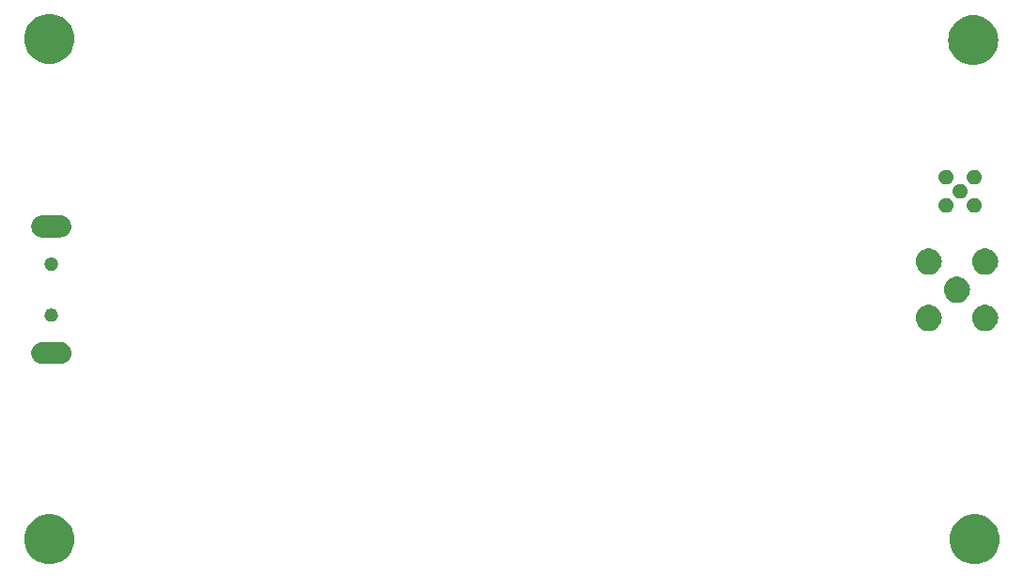
<source format=gbr>
G04 #@! TF.GenerationSoftware,KiCad,Pcbnew,7.0.6*
G04 #@! TF.CreationDate,2023-07-20T11:09:59-06:00*
G04 #@! TF.ProjectId,L1IFStream,4c314946-5374-4726-9561-6d2e6b696361,A*
G04 #@! TF.SameCoordinates,Original*
G04 #@! TF.FileFunction,Soldermask,Bot*
G04 #@! TF.FilePolarity,Negative*
%FSLAX46Y46*%
G04 Gerber Fmt 4.6, Leading zero omitted, Abs format (unit mm)*
G04 Created by KiCad (PCBNEW 7.0.6) date 2023-07-20 11:09:59*
%MOMM*%
%LPD*%
G01*
G04 APERTURE LIST*
G04 APERTURE END LIST*
G36*
X93003788Y-118418456D02*
G01*
X93292550Y-118475894D01*
X93571344Y-118570532D01*
X93835400Y-118700750D01*
X94080200Y-118864320D01*
X94301556Y-119058444D01*
X94495680Y-119279800D01*
X94659250Y-119524600D01*
X94789468Y-119788656D01*
X94884106Y-120067450D01*
X94941544Y-120356212D01*
X94960800Y-120650000D01*
X94941544Y-120943788D01*
X94884106Y-121232550D01*
X94789468Y-121511344D01*
X94659250Y-121775400D01*
X94495680Y-122020200D01*
X94301556Y-122241556D01*
X94080200Y-122435680D01*
X93835400Y-122599250D01*
X93571344Y-122729468D01*
X93292550Y-122824106D01*
X93003788Y-122881544D01*
X92710000Y-122900800D01*
X92416212Y-122881544D01*
X92127450Y-122824106D01*
X91848656Y-122729468D01*
X91584600Y-122599250D01*
X91339800Y-122435680D01*
X91118444Y-122241556D01*
X90924320Y-122020200D01*
X90760750Y-121775400D01*
X90630532Y-121511344D01*
X90535894Y-121232550D01*
X90478456Y-120943788D01*
X90459200Y-120650000D01*
X90478456Y-120356212D01*
X90535894Y-120067450D01*
X90630532Y-119788656D01*
X90760750Y-119524600D01*
X90924320Y-119279800D01*
X91118444Y-119058444D01*
X91339800Y-118864320D01*
X91584600Y-118700750D01*
X91848656Y-118570532D01*
X92127450Y-118475894D01*
X92416212Y-118418456D01*
X92710000Y-118399200D01*
X93003788Y-118418456D01*
G37*
G36*
X176315788Y-118418456D02*
G01*
X176604550Y-118475894D01*
X176883344Y-118570532D01*
X177147400Y-118700750D01*
X177392200Y-118864320D01*
X177613556Y-119058444D01*
X177807680Y-119279800D01*
X177971250Y-119524600D01*
X178101468Y-119788656D01*
X178196106Y-120067450D01*
X178253544Y-120356212D01*
X178272800Y-120650000D01*
X178253544Y-120943788D01*
X178196106Y-121232550D01*
X178101468Y-121511344D01*
X177971250Y-121775400D01*
X177807680Y-122020200D01*
X177613556Y-122241556D01*
X177392200Y-122435680D01*
X177147400Y-122599250D01*
X176883344Y-122729468D01*
X176604550Y-122824106D01*
X176315788Y-122881544D01*
X176022000Y-122900800D01*
X175728212Y-122881544D01*
X175439450Y-122824106D01*
X175160656Y-122729468D01*
X174896600Y-122599250D01*
X174651800Y-122435680D01*
X174430444Y-122241556D01*
X174236320Y-122020200D01*
X174072750Y-121775400D01*
X173942532Y-121511344D01*
X173847894Y-121232550D01*
X173790456Y-120943788D01*
X173771200Y-120650000D01*
X173790456Y-120356212D01*
X173847894Y-120067450D01*
X173942532Y-119788656D01*
X174072750Y-119524600D01*
X174236320Y-119279800D01*
X174430444Y-119058444D01*
X174651800Y-118864320D01*
X174896600Y-118700750D01*
X175160656Y-118570532D01*
X175439450Y-118475894D01*
X175728212Y-118418456D01*
X176022000Y-118399200D01*
X176315788Y-118418456D01*
G37*
G36*
X93780249Y-102866335D02*
G01*
X93826579Y-102875855D01*
X93874221Y-102880548D01*
X93926326Y-102896354D01*
X93978603Y-102907097D01*
X94019266Y-102924547D01*
X94061946Y-102937494D01*
X94112894Y-102964726D01*
X94164690Y-102986954D01*
X94198483Y-103010474D01*
X94234947Y-103029965D01*
X94282185Y-103068733D01*
X94330894Y-103102635D01*
X94357145Y-103130251D01*
X94386586Y-103154413D01*
X94427489Y-103204253D01*
X94470408Y-103249404D01*
X94488926Y-103279114D01*
X94511034Y-103306052D01*
X94543040Y-103365932D01*
X94577523Y-103421254D01*
X94588606Y-103451179D01*
X94603505Y-103479053D01*
X94624216Y-103547330D01*
X94647852Y-103611147D01*
X94652214Y-103639627D01*
X94660451Y-103666778D01*
X94667791Y-103741307D01*
X94678515Y-103811310D01*
X94677213Y-103836975D01*
X94679678Y-103861999D01*
X94671981Y-103940146D01*
X94668259Y-104013549D01*
X94662599Y-104035407D01*
X94660451Y-104057221D01*
X94636557Y-104135988D01*
X94617502Y-104209583D01*
X94608933Y-104227051D01*
X94603505Y-104244946D01*
X94562806Y-104321087D01*
X94528323Y-104391387D01*
X94518330Y-104404296D01*
X94511034Y-104417947D01*
X94453487Y-104488067D01*
X94404373Y-104551518D01*
X94394358Y-104560114D01*
X94386586Y-104569586D01*
X94312519Y-104630370D01*
X94250725Y-104683420D01*
X94241935Y-104688298D01*
X94234947Y-104694034D01*
X94144536Y-104742359D01*
X94073671Y-104781693D01*
X94067079Y-104783761D01*
X94061946Y-104786505D01*
X93953060Y-104819535D01*
X93880460Y-104842314D01*
X93876713Y-104842695D01*
X93874221Y-104843451D01*
X93716967Y-104858939D01*
X93679000Y-104862800D01*
X93677768Y-104862800D01*
X92080232Y-104862800D01*
X92079000Y-104862800D01*
X91977751Y-104857665D01*
X91931414Y-104848142D01*
X91883778Y-104843451D01*
X91831680Y-104827647D01*
X91779397Y-104816903D01*
X91738727Y-104799450D01*
X91696053Y-104786505D01*
X91645109Y-104759275D01*
X91593310Y-104737046D01*
X91559513Y-104713523D01*
X91523052Y-104694034D01*
X91475815Y-104655267D01*
X91427106Y-104621365D01*
X91400853Y-104593747D01*
X91371413Y-104569586D01*
X91330508Y-104519744D01*
X91287592Y-104474596D01*
X91269074Y-104444886D01*
X91246965Y-104417947D01*
X91214956Y-104358062D01*
X91180477Y-104302746D01*
X91169394Y-104272823D01*
X91154494Y-104244946D01*
X91133779Y-104176659D01*
X91110148Y-104112853D01*
X91105785Y-104084377D01*
X91097548Y-104057221D01*
X91090206Y-103982677D01*
X91079485Y-103912690D01*
X91080786Y-103887030D01*
X91078321Y-103861999D01*
X91086019Y-103783829D01*
X91089741Y-103710451D01*
X91095398Y-103688599D01*
X91097548Y-103666778D01*
X91121450Y-103587982D01*
X91140498Y-103514417D01*
X91149063Y-103496955D01*
X91154494Y-103479053D01*
X91195210Y-103402877D01*
X91229677Y-103332613D01*
X91239664Y-103319709D01*
X91246965Y-103306052D01*
X91304542Y-103235893D01*
X91353627Y-103172482D01*
X91363634Y-103163890D01*
X91371413Y-103154413D01*
X91445528Y-103093587D01*
X91507275Y-103040580D01*
X91516057Y-103035705D01*
X91523052Y-103029965D01*
X91613538Y-102981598D01*
X91684329Y-102942307D01*
X91690913Y-102940241D01*
X91696053Y-102937494D01*
X91805064Y-102904425D01*
X91877540Y-102881686D01*
X91881280Y-102881305D01*
X91883778Y-102880548D01*
X92041100Y-102865053D01*
X92079000Y-102861200D01*
X93679000Y-102861200D01*
X93780249Y-102866335D01*
G37*
G36*
X172203773Y-99571085D02*
G01*
X172406099Y-99649467D01*
X172590578Y-99763691D01*
X172750927Y-99909869D01*
X172881685Y-100083021D01*
X172978401Y-100277252D01*
X173037780Y-100485947D01*
X173057800Y-100702000D01*
X173037780Y-100918053D01*
X172978401Y-101126748D01*
X172881685Y-101320979D01*
X172750927Y-101494131D01*
X172590578Y-101640309D01*
X172406099Y-101754533D01*
X172203773Y-101832915D01*
X171990489Y-101872784D01*
X171773511Y-101872784D01*
X171560227Y-101832915D01*
X171357901Y-101754533D01*
X171173422Y-101640309D01*
X171013073Y-101494131D01*
X170882315Y-101320979D01*
X170785599Y-101126748D01*
X170726220Y-100918053D01*
X170706200Y-100702000D01*
X170726220Y-100485947D01*
X170785599Y-100277252D01*
X170882315Y-100083021D01*
X171013073Y-99909869D01*
X171173422Y-99763691D01*
X171357901Y-99649467D01*
X171560227Y-99571085D01*
X171773511Y-99531216D01*
X171990489Y-99531216D01*
X172203773Y-99571085D01*
G37*
G36*
X177283773Y-99571085D02*
G01*
X177486099Y-99649467D01*
X177670578Y-99763691D01*
X177830927Y-99909869D01*
X177961685Y-100083021D01*
X178058401Y-100277252D01*
X178117780Y-100485947D01*
X178137800Y-100702000D01*
X178117780Y-100918053D01*
X178058401Y-101126748D01*
X177961685Y-101320979D01*
X177830927Y-101494131D01*
X177670578Y-101640309D01*
X177486099Y-101754533D01*
X177283773Y-101832915D01*
X177070489Y-101872784D01*
X176853511Y-101872784D01*
X176640227Y-101832915D01*
X176437901Y-101754533D01*
X176253422Y-101640309D01*
X176093073Y-101494131D01*
X175962315Y-101320979D01*
X175865599Y-101126748D01*
X175806220Y-100918053D01*
X175786200Y-100702000D01*
X175806220Y-100485947D01*
X175865599Y-100277252D01*
X175962315Y-100083021D01*
X176093073Y-99909869D01*
X176253422Y-99763691D01*
X176437901Y-99649467D01*
X176640227Y-99571085D01*
X176853511Y-99531216D01*
X177070489Y-99531216D01*
X177283773Y-99571085D01*
G37*
G36*
X92913659Y-99865763D02*
G01*
X92951394Y-99865763D01*
X92994661Y-99876427D01*
X93034498Y-99881672D01*
X93061767Y-99892967D01*
X93091984Y-99900415D01*
X93137796Y-99924459D01*
X93179400Y-99941692D01*
X93198381Y-99956257D01*
X93220188Y-99967702D01*
X93264773Y-100007200D01*
X93303830Y-100037170D01*
X93314929Y-100051635D01*
X93328566Y-100063716D01*
X93367674Y-100120374D01*
X93399308Y-100161600D01*
X93404075Y-100173110D01*
X93410820Y-100182881D01*
X93440075Y-100260021D01*
X93459328Y-100306502D01*
X93460192Y-100313065D01*
X93462162Y-100318260D01*
X93477432Y-100444018D01*
X93479800Y-100462000D01*
X93477429Y-100480003D01*
X93462162Y-100605739D01*
X93460192Y-100610932D01*
X93459328Y-100617498D01*
X93440070Y-100663989D01*
X93410820Y-100741118D01*
X93404076Y-100750887D01*
X93399308Y-100762400D01*
X93367667Y-100803634D01*
X93328566Y-100860283D01*
X93314931Y-100872361D01*
X93303830Y-100886830D01*
X93264764Y-100916805D01*
X93220188Y-100956297D01*
X93198385Y-100967739D01*
X93179400Y-100982308D01*
X93137787Y-100999544D01*
X93091984Y-101023584D01*
X93061772Y-101031030D01*
X93034498Y-101042328D01*
X92994658Y-101047573D01*
X92951394Y-101058237D01*
X92913659Y-101058237D01*
X92879000Y-101062800D01*
X92844341Y-101058237D01*
X92806606Y-101058237D01*
X92763340Y-101047572D01*
X92723502Y-101042328D01*
X92696228Y-101031031D01*
X92666015Y-101023584D01*
X92620207Y-100999542D01*
X92578600Y-100982308D01*
X92559616Y-100967741D01*
X92537811Y-100956297D01*
X92493227Y-100916799D01*
X92454170Y-100886830D01*
X92443070Y-100872364D01*
X92429433Y-100860283D01*
X92390322Y-100803621D01*
X92358692Y-100762400D01*
X92353924Y-100750891D01*
X92347179Y-100741118D01*
X92317917Y-100663960D01*
X92298672Y-100617498D01*
X92297808Y-100610936D01*
X92295837Y-100605739D01*
X92280556Y-100479895D01*
X92278200Y-100462000D01*
X92280555Y-100444105D01*
X92295837Y-100318260D01*
X92297808Y-100313061D01*
X92298672Y-100306502D01*
X92317912Y-100260049D01*
X92347179Y-100182881D01*
X92353925Y-100173106D01*
X92358692Y-100161600D01*
X92390315Y-100120387D01*
X92429433Y-100063716D01*
X92443072Y-100051632D01*
X92454170Y-100037170D01*
X92493219Y-100007206D01*
X92537811Y-99967702D01*
X92559620Y-99956255D01*
X92578600Y-99941692D01*
X92620198Y-99924461D01*
X92666015Y-99900415D01*
X92696233Y-99892966D01*
X92723502Y-99881672D01*
X92763338Y-99876427D01*
X92806606Y-99865763D01*
X92844341Y-99865763D01*
X92879000Y-99861200D01*
X92913659Y-99865763D01*
G37*
G36*
X174743773Y-97031085D02*
G01*
X174946099Y-97109467D01*
X175130578Y-97223691D01*
X175290927Y-97369869D01*
X175421685Y-97543021D01*
X175518401Y-97737252D01*
X175577780Y-97945947D01*
X175597800Y-98162000D01*
X175577780Y-98378053D01*
X175518401Y-98586748D01*
X175421685Y-98780979D01*
X175290927Y-98954131D01*
X175130578Y-99100309D01*
X174946099Y-99214533D01*
X174743773Y-99292915D01*
X174530489Y-99332784D01*
X174313511Y-99332784D01*
X174100227Y-99292915D01*
X173897901Y-99214533D01*
X173713422Y-99100309D01*
X173553073Y-98954131D01*
X173422315Y-98780979D01*
X173325599Y-98586748D01*
X173266220Y-98378053D01*
X173246200Y-98162000D01*
X173266220Y-97945947D01*
X173325599Y-97737252D01*
X173422315Y-97543021D01*
X173553073Y-97369869D01*
X173713422Y-97223691D01*
X173897901Y-97109467D01*
X174100227Y-97031085D01*
X174313511Y-96991216D01*
X174530489Y-96991216D01*
X174743773Y-97031085D01*
G37*
G36*
X172203773Y-94491085D02*
G01*
X172406099Y-94569467D01*
X172590578Y-94683691D01*
X172750927Y-94829869D01*
X172881685Y-95003021D01*
X172978401Y-95197252D01*
X173037780Y-95405947D01*
X173057800Y-95622000D01*
X173037780Y-95838053D01*
X172978401Y-96046748D01*
X172881685Y-96240979D01*
X172750927Y-96414131D01*
X172590578Y-96560309D01*
X172406099Y-96674533D01*
X172203773Y-96752915D01*
X171990489Y-96792784D01*
X171773511Y-96792784D01*
X171560227Y-96752915D01*
X171357901Y-96674533D01*
X171173422Y-96560309D01*
X171013073Y-96414131D01*
X170882315Y-96240979D01*
X170785599Y-96046748D01*
X170726220Y-95838053D01*
X170706200Y-95622000D01*
X170726220Y-95405947D01*
X170785599Y-95197252D01*
X170882315Y-95003021D01*
X171013073Y-94829869D01*
X171173422Y-94683691D01*
X171357901Y-94569467D01*
X171560227Y-94491085D01*
X171773511Y-94451216D01*
X171990489Y-94451216D01*
X172203773Y-94491085D01*
G37*
G36*
X177283773Y-94491085D02*
G01*
X177486099Y-94569467D01*
X177670578Y-94683691D01*
X177830927Y-94829869D01*
X177961685Y-95003021D01*
X178058401Y-95197252D01*
X178117780Y-95405947D01*
X178137800Y-95622000D01*
X178117780Y-95838053D01*
X178058401Y-96046748D01*
X177961685Y-96240979D01*
X177830927Y-96414131D01*
X177670578Y-96560309D01*
X177486099Y-96674533D01*
X177283773Y-96752915D01*
X177070489Y-96792784D01*
X176853511Y-96792784D01*
X176640227Y-96752915D01*
X176437901Y-96674533D01*
X176253422Y-96560309D01*
X176093073Y-96414131D01*
X175962315Y-96240979D01*
X175865599Y-96046748D01*
X175806220Y-95838053D01*
X175786200Y-95622000D01*
X175806220Y-95405947D01*
X175865599Y-95197252D01*
X175962315Y-95003021D01*
X176093073Y-94829869D01*
X176253422Y-94683691D01*
X176437901Y-94569467D01*
X176640227Y-94491085D01*
X176853511Y-94451216D01*
X177070489Y-94451216D01*
X177283773Y-94491085D01*
G37*
G36*
X92913659Y-95265763D02*
G01*
X92951394Y-95265763D01*
X92994661Y-95276427D01*
X93034498Y-95281672D01*
X93061767Y-95292967D01*
X93091984Y-95300415D01*
X93137796Y-95324459D01*
X93179400Y-95341692D01*
X93198381Y-95356257D01*
X93220188Y-95367702D01*
X93264773Y-95407200D01*
X93303830Y-95437170D01*
X93314929Y-95451635D01*
X93328566Y-95463716D01*
X93367674Y-95520374D01*
X93399308Y-95561600D01*
X93404075Y-95573110D01*
X93410820Y-95582881D01*
X93440075Y-95660021D01*
X93459328Y-95706502D01*
X93460192Y-95713065D01*
X93462162Y-95718260D01*
X93477431Y-95844008D01*
X93479800Y-95862000D01*
X93477431Y-95879993D01*
X93462162Y-96005739D01*
X93460192Y-96010932D01*
X93459328Y-96017498D01*
X93440070Y-96063989D01*
X93410820Y-96141118D01*
X93404076Y-96150887D01*
X93399308Y-96162400D01*
X93367667Y-96203634D01*
X93328566Y-96260283D01*
X93314931Y-96272361D01*
X93303830Y-96286830D01*
X93264764Y-96316805D01*
X93220188Y-96356297D01*
X93198385Y-96367739D01*
X93179400Y-96382308D01*
X93137787Y-96399544D01*
X93091984Y-96423584D01*
X93061772Y-96431030D01*
X93034498Y-96442328D01*
X92994658Y-96447573D01*
X92951394Y-96458237D01*
X92913659Y-96458237D01*
X92879000Y-96462800D01*
X92844341Y-96458237D01*
X92806606Y-96458237D01*
X92763340Y-96447572D01*
X92723502Y-96442328D01*
X92696228Y-96431031D01*
X92666015Y-96423584D01*
X92620207Y-96399542D01*
X92578600Y-96382308D01*
X92559616Y-96367741D01*
X92537811Y-96356297D01*
X92493227Y-96316799D01*
X92454170Y-96286830D01*
X92443070Y-96272364D01*
X92429433Y-96260283D01*
X92390322Y-96203621D01*
X92358692Y-96162400D01*
X92353924Y-96150891D01*
X92347179Y-96141118D01*
X92317917Y-96063960D01*
X92298672Y-96017498D01*
X92297808Y-96010936D01*
X92295837Y-96005739D01*
X92280557Y-95879905D01*
X92278200Y-95862000D01*
X92280554Y-95844116D01*
X92295837Y-95718260D01*
X92297808Y-95713061D01*
X92298672Y-95706502D01*
X92317912Y-95660049D01*
X92347179Y-95582881D01*
X92353925Y-95573106D01*
X92358692Y-95561600D01*
X92390315Y-95520387D01*
X92429433Y-95463716D01*
X92443072Y-95451632D01*
X92454170Y-95437170D01*
X92493219Y-95407206D01*
X92537811Y-95367702D01*
X92559620Y-95356255D01*
X92578600Y-95341692D01*
X92620198Y-95324461D01*
X92666015Y-95300415D01*
X92696233Y-95292966D01*
X92723502Y-95281672D01*
X92763338Y-95276427D01*
X92806606Y-95265763D01*
X92844341Y-95265763D01*
X92879000Y-95261200D01*
X92913659Y-95265763D01*
G37*
G36*
X93780249Y-91466335D02*
G01*
X93826579Y-91475855D01*
X93874221Y-91480548D01*
X93926326Y-91496354D01*
X93978603Y-91507097D01*
X94019266Y-91524547D01*
X94061946Y-91537494D01*
X94112894Y-91564726D01*
X94164690Y-91586954D01*
X94198483Y-91610474D01*
X94234947Y-91629965D01*
X94282185Y-91668733D01*
X94330894Y-91702635D01*
X94357145Y-91730251D01*
X94386586Y-91754413D01*
X94427489Y-91804253D01*
X94470408Y-91849404D01*
X94488926Y-91879114D01*
X94511034Y-91906052D01*
X94543040Y-91965932D01*
X94577523Y-92021254D01*
X94588606Y-92051179D01*
X94603505Y-92079053D01*
X94624216Y-92147330D01*
X94647852Y-92211147D01*
X94652214Y-92239627D01*
X94660451Y-92266778D01*
X94667791Y-92341306D01*
X94678515Y-92411310D01*
X94677213Y-92436975D01*
X94679678Y-92462000D01*
X94671981Y-92540147D01*
X94668259Y-92613549D01*
X94662599Y-92635407D01*
X94660451Y-92657221D01*
X94636557Y-92735988D01*
X94617502Y-92809583D01*
X94608933Y-92827051D01*
X94603505Y-92844946D01*
X94562806Y-92921087D01*
X94528323Y-92991387D01*
X94518330Y-93004296D01*
X94511034Y-93017947D01*
X94453487Y-93088067D01*
X94404373Y-93151518D01*
X94394358Y-93160114D01*
X94386586Y-93169586D01*
X94312519Y-93230370D01*
X94250725Y-93283420D01*
X94241935Y-93288298D01*
X94234947Y-93294034D01*
X94144536Y-93342359D01*
X94073671Y-93381693D01*
X94067079Y-93383761D01*
X94061946Y-93386505D01*
X93953060Y-93419535D01*
X93880460Y-93442314D01*
X93876713Y-93442695D01*
X93874221Y-93443451D01*
X93716967Y-93458939D01*
X93679000Y-93462800D01*
X93677768Y-93462800D01*
X92080232Y-93462800D01*
X92079000Y-93462800D01*
X91977751Y-93457665D01*
X91931414Y-93448142D01*
X91883778Y-93443451D01*
X91831680Y-93427647D01*
X91779397Y-93416903D01*
X91738727Y-93399450D01*
X91696053Y-93386505D01*
X91645109Y-93359275D01*
X91593310Y-93337046D01*
X91559513Y-93313523D01*
X91523052Y-93294034D01*
X91475815Y-93255267D01*
X91427106Y-93221365D01*
X91400853Y-93193747D01*
X91371413Y-93169586D01*
X91330508Y-93119744D01*
X91287592Y-93074596D01*
X91269074Y-93044886D01*
X91246965Y-93017947D01*
X91214956Y-92958062D01*
X91180477Y-92902746D01*
X91169394Y-92872823D01*
X91154494Y-92844946D01*
X91133779Y-92776659D01*
X91110148Y-92712853D01*
X91105785Y-92684377D01*
X91097548Y-92657221D01*
X91090206Y-92582676D01*
X91079485Y-92512690D01*
X91080786Y-92487030D01*
X91078321Y-92462000D01*
X91086019Y-92383830D01*
X91089741Y-92310451D01*
X91095398Y-92288599D01*
X91097548Y-92266778D01*
X91121450Y-92187982D01*
X91140498Y-92114417D01*
X91149063Y-92096955D01*
X91154494Y-92079053D01*
X91195210Y-92002877D01*
X91229677Y-91932613D01*
X91239664Y-91919709D01*
X91246965Y-91906052D01*
X91304542Y-91835893D01*
X91353627Y-91772482D01*
X91363634Y-91763890D01*
X91371413Y-91754413D01*
X91445528Y-91693587D01*
X91507275Y-91640580D01*
X91516057Y-91635705D01*
X91523052Y-91629965D01*
X91613538Y-91581598D01*
X91684329Y-91542307D01*
X91690913Y-91540241D01*
X91696053Y-91537494D01*
X91805064Y-91504425D01*
X91877540Y-91481686D01*
X91881280Y-91481305D01*
X91883778Y-91480548D01*
X92041100Y-91465053D01*
X92079000Y-91461200D01*
X93679000Y-91461200D01*
X93780249Y-91466335D01*
G37*
G36*
X173681869Y-89936491D02*
G01*
X173825058Y-90011642D01*
X173946101Y-90118877D01*
X174037964Y-90251964D01*
X174095308Y-90403167D01*
X174114800Y-90563700D01*
X174095308Y-90724233D01*
X174037964Y-90875436D01*
X173946101Y-91008523D01*
X173825058Y-91115758D01*
X173681869Y-91190909D01*
X173524856Y-91229609D01*
X173363144Y-91229609D01*
X173206131Y-91190909D01*
X173062942Y-91115758D01*
X172941899Y-91008523D01*
X172850036Y-90875436D01*
X172792692Y-90724233D01*
X172773200Y-90563700D01*
X172792692Y-90403167D01*
X172850036Y-90251964D01*
X172941899Y-90118877D01*
X173062942Y-90011642D01*
X173206131Y-89936491D01*
X173363144Y-89897791D01*
X173524856Y-89897791D01*
X173681869Y-89936491D01*
G37*
G36*
X176221869Y-89936491D02*
G01*
X176365058Y-90011642D01*
X176486101Y-90118877D01*
X176577964Y-90251964D01*
X176635308Y-90403167D01*
X176654800Y-90563700D01*
X176635308Y-90724233D01*
X176577964Y-90875436D01*
X176486101Y-91008523D01*
X176365058Y-91115758D01*
X176221869Y-91190909D01*
X176064856Y-91229609D01*
X175903144Y-91229609D01*
X175746131Y-91190909D01*
X175602942Y-91115758D01*
X175481899Y-91008523D01*
X175390036Y-90875436D01*
X175332692Y-90724233D01*
X175313200Y-90563700D01*
X175332692Y-90403167D01*
X175390036Y-90251964D01*
X175481899Y-90118877D01*
X175602942Y-90011642D01*
X175746131Y-89936491D01*
X175903144Y-89897791D01*
X176064856Y-89897791D01*
X176221869Y-89936491D01*
G37*
G36*
X174951869Y-88666491D02*
G01*
X175095058Y-88741642D01*
X175216101Y-88848877D01*
X175307964Y-88981964D01*
X175365308Y-89133167D01*
X175384800Y-89293700D01*
X175365308Y-89454233D01*
X175307964Y-89605436D01*
X175216101Y-89738523D01*
X175095058Y-89845758D01*
X174951869Y-89920909D01*
X174794856Y-89959609D01*
X174633144Y-89959609D01*
X174476131Y-89920909D01*
X174332942Y-89845758D01*
X174211899Y-89738523D01*
X174120036Y-89605436D01*
X174062692Y-89454233D01*
X174043200Y-89293700D01*
X174062692Y-89133167D01*
X174120036Y-88981964D01*
X174211899Y-88848877D01*
X174332942Y-88741642D01*
X174476131Y-88666491D01*
X174633144Y-88627791D01*
X174794856Y-88627791D01*
X174951869Y-88666491D01*
G37*
G36*
X173681869Y-87396491D02*
G01*
X173825058Y-87471642D01*
X173946101Y-87578877D01*
X174037964Y-87711964D01*
X174095308Y-87863167D01*
X174114800Y-88023700D01*
X174095308Y-88184233D01*
X174037964Y-88335436D01*
X173946101Y-88468523D01*
X173825058Y-88575758D01*
X173681869Y-88650909D01*
X173524856Y-88689609D01*
X173363144Y-88689609D01*
X173206131Y-88650909D01*
X173062942Y-88575758D01*
X172941899Y-88468523D01*
X172850036Y-88335436D01*
X172792692Y-88184233D01*
X172773200Y-88023700D01*
X172792692Y-87863167D01*
X172850036Y-87711964D01*
X172941899Y-87578877D01*
X173062942Y-87471642D01*
X173206131Y-87396491D01*
X173363144Y-87357791D01*
X173524856Y-87357791D01*
X173681869Y-87396491D01*
G37*
G36*
X176221869Y-87396491D02*
G01*
X176365058Y-87471642D01*
X176486101Y-87578877D01*
X176577964Y-87711964D01*
X176635308Y-87863167D01*
X176654800Y-88023700D01*
X176635308Y-88184233D01*
X176577964Y-88335436D01*
X176486101Y-88468523D01*
X176365058Y-88575758D01*
X176221869Y-88650909D01*
X176064856Y-88689609D01*
X175903144Y-88689609D01*
X175746131Y-88650909D01*
X175602942Y-88575758D01*
X175481899Y-88468523D01*
X175390036Y-88335436D01*
X175332692Y-88184233D01*
X175313200Y-88023700D01*
X175332692Y-87863167D01*
X175390036Y-87711964D01*
X175481899Y-87578877D01*
X175602942Y-87471642D01*
X175746131Y-87396491D01*
X175903144Y-87357791D01*
X176064856Y-87357791D01*
X176221869Y-87396491D01*
G37*
G36*
X176188788Y-73460456D02*
G01*
X176477550Y-73517894D01*
X176756344Y-73612532D01*
X177020400Y-73742750D01*
X177265200Y-73906320D01*
X177486556Y-74100444D01*
X177680680Y-74321800D01*
X177844250Y-74566600D01*
X177974468Y-74830656D01*
X178069106Y-75109450D01*
X178126544Y-75398212D01*
X178145800Y-75692000D01*
X178126544Y-75985788D01*
X178069106Y-76274550D01*
X177974468Y-76553344D01*
X177844250Y-76817400D01*
X177680680Y-77062200D01*
X177486556Y-77283556D01*
X177265200Y-77477680D01*
X177020400Y-77641250D01*
X176756344Y-77771468D01*
X176477550Y-77866106D01*
X176188788Y-77923544D01*
X175895000Y-77942800D01*
X175601212Y-77923544D01*
X175312450Y-77866106D01*
X175033656Y-77771468D01*
X174769600Y-77641250D01*
X174524800Y-77477680D01*
X174303444Y-77283556D01*
X174109320Y-77062200D01*
X173945750Y-76817400D01*
X173815532Y-76553344D01*
X173720894Y-76274550D01*
X173663456Y-75985788D01*
X173644200Y-75692000D01*
X173663456Y-75398212D01*
X173720894Y-75109450D01*
X173815532Y-74830656D01*
X173945750Y-74566600D01*
X174109320Y-74321800D01*
X174303444Y-74100444D01*
X174524800Y-73906320D01*
X174769600Y-73742750D01*
X175033656Y-73612532D01*
X175312450Y-73517894D01*
X175601212Y-73460456D01*
X175895000Y-73441200D01*
X176188788Y-73460456D01*
G37*
G36*
X93003788Y-73333456D02*
G01*
X93292550Y-73390894D01*
X93571344Y-73485532D01*
X93835400Y-73615750D01*
X94080200Y-73779320D01*
X94301556Y-73973444D01*
X94495680Y-74194800D01*
X94659250Y-74439600D01*
X94789468Y-74703656D01*
X94884106Y-74982450D01*
X94941544Y-75271212D01*
X94960800Y-75565000D01*
X94941544Y-75858788D01*
X94884106Y-76147550D01*
X94789468Y-76426344D01*
X94659250Y-76690400D01*
X94495680Y-76935200D01*
X94301556Y-77156556D01*
X94080200Y-77350680D01*
X93835400Y-77514250D01*
X93571344Y-77644468D01*
X93292550Y-77739106D01*
X93003788Y-77796544D01*
X92710000Y-77815800D01*
X92416212Y-77796544D01*
X92127450Y-77739106D01*
X91848656Y-77644468D01*
X91584600Y-77514250D01*
X91339800Y-77350680D01*
X91118444Y-77156556D01*
X90924320Y-76935200D01*
X90760750Y-76690400D01*
X90630532Y-76426344D01*
X90535894Y-76147550D01*
X90478456Y-75858788D01*
X90459200Y-75565000D01*
X90478456Y-75271212D01*
X90535894Y-74982450D01*
X90630532Y-74703656D01*
X90760750Y-74439600D01*
X90924320Y-74194800D01*
X91118444Y-73973444D01*
X91339800Y-73779320D01*
X91584600Y-73615750D01*
X91848656Y-73485532D01*
X92127450Y-73390894D01*
X92416212Y-73333456D01*
X92710000Y-73314200D01*
X93003788Y-73333456D01*
G37*
M02*

</source>
